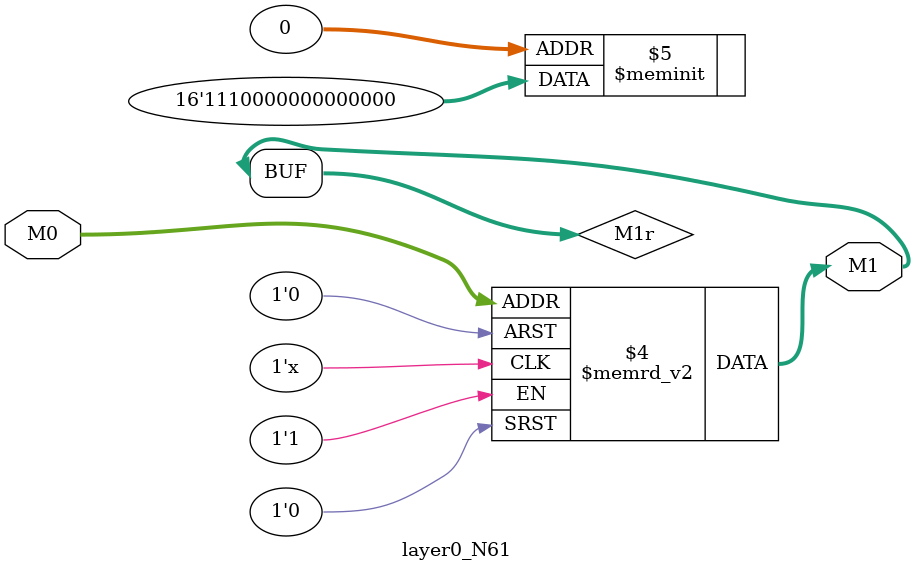
<source format=v>
module layer0_N61 ( input [2:0] M0, output [1:0] M1 );

	(*rom_style = "distributed" *) reg [1:0] M1r;
	assign M1 = M1r;
	always @ (M0) begin
		case (M0)
			3'b000: M1r = 2'b00;
			3'b100: M1r = 2'b00;
			3'b010: M1r = 2'b00;
			3'b110: M1r = 2'b10;
			3'b001: M1r = 2'b00;
			3'b101: M1r = 2'b00;
			3'b011: M1r = 2'b00;
			3'b111: M1r = 2'b11;

		endcase
	end
endmodule

</source>
